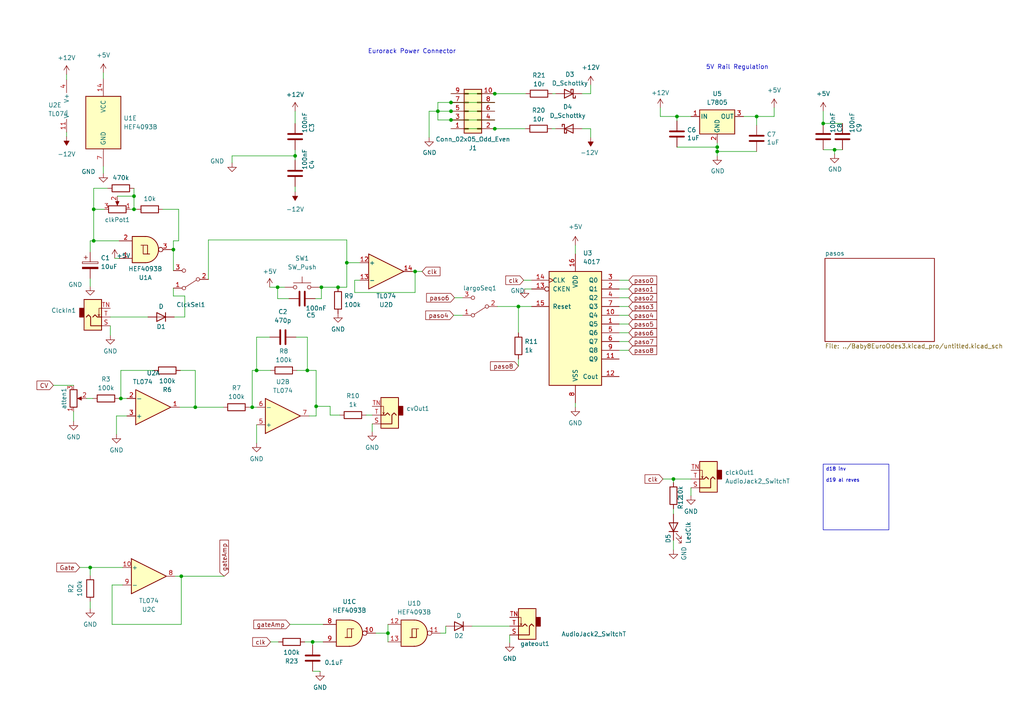
<source format=kicad_sch>
(kicad_sch (version 20230121) (generator eeschema)
  (paper "A4")
  (lib_symbols
    (symbol "4xxx:4017" (pin_names (offset 1.016))
      (property "Reference" "U" (at -7.62 16.51 0))
      (property "Value" "4017" (at -7.62 -19.05 0))
      (symbol "4017_1_0"
        (pin output line (at 12.7 0 180) (length 5.08) (name "Q5") (number "1"))
        (pin output line (at 12.7 2.54 180) (length 5.08) (name "Q4") (number "10"))
        (pin output line (at 12.7 -10.16 180) (length 5.08) (name "Q9") (number "11"))
        (pin output line (at 12.7 -15.24 180) (length 5.08) (name "Cout") (number "12"))
        (pin input inverted (at -12.7 10.16 0) (length 5.08) (name "CKEN") (number "13"))
        (pin input clock (at -12.7 12.7 0) (length 5.08) (name "CLK") (number "14"))
        (pin input line (at -12.7 5.08 0) (length 5.08) (name "Reset") (number "15"))
        (pin power_in line (at 0 20.32 270) (length 5.08) (name "VDD") (number "16"))
        (pin output line (at 12.7 10.16 180) (length 5.08) (name "Q1") (number "2"))
        (pin output line (at 12.7 12.7 180) (length 5.08) (name "Q0") (number "3"))
        (pin output line (at 12.7 7.62 180) (length 5.08) (name "Q2") (number "4"))
        (pin output line (at 12.7 -2.54 180) (length 5.08) (name "Q6") (number "5"))
        (pin output line (at 12.7 -5.08 180) (length 5.08) (name "Q7") (number "6"))
        (pin output line (at 12.7 5.08 180) (length 5.08) (name "Q3") (number "7"))
        (pin power_in line (at 0 -22.86 90) (length 5.08) (name "VSS") (number "8"))
        (pin output line (at 12.7 -7.62 180) (length 5.08) (name "Q8") (number "9"))
      )
      (symbol "4017_1_1"
        (rectangle (start -7.62 15.24) (end 7.62 -17.78) (stroke (width 0.254)) (fill (type background)))
      )
    )
    (symbol "4xxx:HEF4093B" (pin_names (offset 1.016))
      (property "Reference" "U" (at 0 1.27 0))
      (property "Value" "HEF4093B" (at 0 -1.27 0))
      (symbol "HEF4093B_1_0"
        (polyline (pts (xy -0.635 -1.27) (xy -0.635 1.27) (xy 0.635 1.27)))
        (polyline (pts (xy -0.635 -1.27) (xy -0.635 1.27) (xy 0.635 1.27)))
        (polyline (pts (xy -1.27 -1.27) (xy 0.635 -1.27) (xy 0.635 1.27) (xy 1.27 1.27)))
        (polyline (pts (xy -1.27 -1.27) (xy 0.635 -1.27) (xy 0.635 1.27) (xy 1.27 1.27)))
      )
      (symbol "HEF4093B_1_1"
        (arc (start 0 -3.81) (mid 3.7934 0) (end 0 3.81) (stroke (width 0.254)) (fill (type background)))
        (polyline (pts (xy 0 3.81) (xy -3.81 3.81) (xy -3.81 -3.81) (xy 0 -3.81)) (stroke (width 0.254)) (fill (type background)))
        (pin input line (at -7.62 2.54 0) (length 3.81) (name "~") (number "1"))
        (pin input line (at -7.62 -2.54 0) (length 3.81) (name "~") (number "2"))
        (pin output inverted (at 7.62 0 180) (length 3.81) (name "~") (number "3"))
      )
      (symbol "HEF4093B_1_2"
        (arc (start -3.81 -3.81) (mid -2.589 0) (end -3.81 3.81) (stroke (width 0.254)))
        (arc (start -0.6096 -3.81) (mid 2.1842 -2.5851) (end 3.81 0) (stroke (width 0.254)) (fill (type background)))
        (polyline (pts (xy -3.81 -3.81) (xy -0.635 -3.81)) (stroke (width 0.254)) (fill (type background)))
        (polyline (pts (xy -3.81 3.81) (xy -0.635 3.81)) (stroke (width 0.254)) (fill (type background)))
        (polyline (pts (xy -0.635 3.81) (xy -3.81 3.81) (xy -3.81 3.81) (xy -3.556 3.4036) (xy -3.0226 2.2606) (xy -2.6924 1.0414) (xy -2.6162 -0.254) (xy -2.7686 -1.4986) (xy -3.175 -2.7178) (xy -3.81 -3.81) (xy -3.81 -3.81) (xy -0.635 -3.81)) (stroke (width -25.4)) (fill (type background)))
        (arc (start 3.81 0) (mid 2.1915 2.5936) (end -0.6096 3.81) (stroke (width 0.254)) (fill (type background)))
        (pin input inverted (at -7.62 2.54 0) (length 4.318) (name "~") (number "1"))
        (pin input inverted (at -7.62 -2.54 0) (length 4.318) (name "~") (number "2"))
        (pin output line (at 7.62 0 180) (length 3.81) (name "~") (number "3"))
      )
      (symbol "HEF4093B_2_0"
        (polyline (pts (xy -0.635 -1.27) (xy -0.635 1.27) (xy 0.635 1.27)))
        (polyline (pts (xy -0.635 -1.27) (xy -0.635 1.27) (xy 0.635 1.27)))
        (polyline (pts (xy -1.27 -1.27) (xy 0.635 -1.27) (xy 0.635 1.27) (xy 1.27 1.27)))
        (polyline (pts (xy -1.27 -1.27) (xy 0.635 -1.27) (xy 0.635 1.27) (xy 1.27 1.27)))
      )
      (symbol "HEF4093B_2_1"
        (arc (start 0 -3.81) (mid 3.7934 0) (end 0 3.81) (stroke (width 0.254)) (fill (type background)))
        (polyline (pts (xy 0 3.81) (xy -3.81 3.81) (xy -3.81 -3.81) (xy 0 -3.81)) (stroke (width 0.254)) (fill (type background)))
        (pin output inverted (at 7.62 0 180) (length 3.81) (name "~") (number "4"))
        (pin input line (at -7.62 2.54 0) (length 3.81) (name "~") (number "5"))
        (pin input line (at -7.62 -2.54 0) (length 3.81) (name "~") (number "6"))
      )
      (symbol "HEF4093B_2_2"
        (arc (start -3.81 -3.81) (mid -2.589 0) (end -3.81 3.81) (stroke (width 0.254)))
        (arc (start -0.6096 -3.81) (mid 2.1842 -2.5851) (end 3.81 0) (stroke (width 0.254)) (fill (type background)))
        (polyline (pts (xy -3.81 -3.81) (xy -0.635 -3.81)) (stroke (width 0.254)) (fill (type background)))
        (polyline (pts (xy -3.81 3.81) (xy -0.635 3.81)) (stroke (width 0.254)) (fill (type background)))
        (polyline (pts (xy -0.635 3.81) (xy -3.81 3.81) (xy -3.81 3.81) (xy -3.556 3.4036) (xy -3.0226 2.2606) (xy -2.6924 1.0414) (xy -2.6162 -0.254) (xy -2.7686 -1.4986) (xy -3.175 -2.7178) (xy -3.81 -3.81) (xy -3.81 -3.81) (xy -0.635 -3.81)) (stroke (width -25.4)) (fill (type background)))
        (arc (start 3.81 0) (mid 2.1915 2.5936) (end -0.6096 3.81) (stroke (width 0.254)) (fill (type background)))
        (pin output line (at 7.62 0 180) (length 3.81) (name "~") (number "4"))
        (pin input inverted (at -7.62 2.54 0) (length 4.318) (name "~") (number "5"))
        (pin input inverted (at -7.62 -2.54 0) (length 4.318) (name "~") (number "6"))
      )
      (symbol "HEF4093B_3_0"
        (polyline (pts (xy -0.635 -1.27) (xy -0.635 1.27) (xy 0.635 1.27)))
        (polyline (pts (xy -0.635 -1.27) (xy -0.635 1.27) (xy 0.635 1.27)))
        (polyline (pts (xy -1.27 -1.27) (xy 0.635 -1.27) (xy 0.635 1.27) (xy 1.27 1.27)))
        (polyline (pts (xy -1.27 -1.27) (xy 0.635 -1.27) (xy 0.635 1.27) (xy 1.27 1.27)))
      )
      (symbol "HEF4093B_3_1"
        (arc (start 0 -3.81) (mid 3.7934 0) (end 0 3.81) (stroke (width 0.254)) (fill (type background)))
        (polyline (pts (xy 0 3.81) (xy -3.81 3.81) (xy -3.81 -3.81) (xy 0 -3.81)) (stroke (width 0.254)) (fill (type background)))
        (pin output inverted (at 7.62 0 180) (length 3.81) (name "~") (number "10"))
        (pin input line (at -7.62 2.54 0) (length 3.81) (name "~") (number "8"))
        (pin input line (at -7.62 -2.54 0) (length 3.81) (name "~") (number "9"))
      )
      (symbol "HEF4093B_3_2"
        (arc (start -3.81 -3.81) (mid -2.589 0) (end -3.81 3.81) (stroke (width 0.254)))
        (arc (start -0.6096 -3.81) (mid 2.1842 -2.5851) (end 3.81 0) (stroke (width 0.254)) (fill (type background)))
        (polyline (pts (xy -3.81 -3.81) (xy -0.635 -3.81)) (stroke (width 0.254)) (fill (type background)))
        (polyline (pts (xy -3.81 3.81) (xy -0.635 3.81)) (stroke (width 0.254)) (fill (type background)))
        (polyline (pts (xy -0.635 3.81) (xy -3.81 3.81) (xy -3.81 3.81) (xy -3.556 3.4036) (xy -3.0226 2.2606) (xy -2.6924 1.0414) (xy -2.6162 -0.254) (xy -2.7686 -1.4986) (xy -3.175 -2.7178) (xy -3.81 -3.81) (xy -3.81 -3.81) (xy -0.635 -3.81)) (stroke (width -25.4)) (fill (type background)))
        (arc (start 3.81 0) (mid 2.1915 2.5936) (end -0.6096 3.81) (stroke (width 0.254)) (fill (type background)))
        (pin output line (at 7.62 0 180) (length 3.81) (name "~") (number "10"))
        (pin input inverted (at -7.62 2.54 0) (length 4.318) (name "~") (number "8"))
        (pin input inverted (at -7.62 -2.54 0) (length 4.318) (name "~") (number "9"))
      )
      (symbol "HEF4093B_4_0"
        (polyline (pts (xy -0.635 -1.27) (xy -0.635 1.27) (xy 0.635 1.27)))
        (polyline (pts (xy -0.635 -1.27) (xy -0.635 1.27) (xy 0.635 1.27)))
        (polyline (pts (xy -1.27 -1.27) (xy 0.635 -1.27) (xy 0.635 1.27) (xy 1.27 1.27)))
        (polyline (pts (xy -1.27 -1.27) (xy 0.635 -1.27) (xy 0.635 1.27) (xy 1.27 1.27)))
      )
      (symbol "HEF4093B_4_1"
        (arc (start 0 -3.81) (mid 3.7934 0) (end 0 3.81) (stroke (width 0.254)) (fill (type background)))
        (polyline (pts (xy 0 3.81) (xy -3.81 3.81) (xy -3.81 -3.81) (xy 0 -3.81)) (stroke (width 0.254)) (fill (type background)))
        (pin output inverted (at 7.62 0 180) (length 3.81) (name "~") (number "11"))
        (pin input line (at -7.62 2.54 0) (length 3.81) (name "~") (number "12"))
        (pin input line (at -7.62 -2.54 0) (length 3.81) (name "~") (number "13"))
      )
      (symbol "HEF4093B_4_2"
        (arc (start -3.81 -3.81) (mid -2.589 0) (end -3.81 3.81) (stroke (width 0.254)))
        (arc (start -0.6096 -3.81) (mid 2.1842 -2.5851) (end 3.81 0) (stroke (width 0.254)) (fill (type background)))
        (polyline (pts (xy -3.81 -3.81) (xy -0.635 -3.81)) (stroke (width 0.254)) (fill (type background)))
        (polyline (pts (xy -3.81 3.81) (xy -0.635 3.81)) (stroke (width 0.254)) (fill (type background)))
        (polyline (pts (xy -0.635 3.81) (xy -3.81 3.81) (xy -3.81 3.81) (xy -3.556 3.4036) (xy -3.0226 2.2606) (xy -2.6924 1.0414) (xy -2.6162 -0.254) (xy -2.7686 -1.4986) (xy -3.175 -2.7178) (xy -3.81 -3.81) (xy -3.81 -3.81) (xy -0.635 -3.81)) (stroke (width -25.4)) (fill (type background)))
        (arc (start 3.81 0) (mid 2.1915 2.5936) (end -0.6096 3.81) (stroke (width 0.254)) (fill (type background)))
        (pin output line (at 7.62 0 180) (length 3.81) (name "~") (number "11"))
        (pin input inverted (at -7.62 2.54 0) (length 4.318) (name "~") (number "12"))
        (pin input inverted (at -7.62 -2.54 0) (length 4.318) (name "~") (number "13"))
      )
      (symbol "HEF4093B_5_0"
        (pin power_in line (at 0 12.7 270) (length 5.08) (name "VCC") (number "14"))
        (pin power_in line (at 0 -12.7 90) (length 5.08) (name "GND") (number "7"))
      )
      (symbol "HEF4093B_5_1"
        (rectangle (start -5.08 7.62) (end 5.08 -7.62) (stroke (width 0.254)) (fill (type background)))
      )
    )
    (symbol "Amplifier_Operational:TL074" (pin_names (offset 0.127))
      (property "Reference" "U" (at 0 5.08 0))
      (property "Value" "TL074" (at 0 -5.08 0))
      (symbol "TL074_1_1"
        (polyline (pts (xy -5.08 5.08) (xy 5.08 0) (xy -5.08 -5.08) (xy -5.08 5.08)) (stroke (width 0.254)) (fill (type background)))
        (pin output line (at 7.62 0 180) (length 2.54) (name "~") (number "1"))
        (pin input line (at -7.62 -2.54 0) (length 2.54) (name "-") (number "2"))
        (pin input line (at -7.62 2.54 0) (length 2.54) (name "+") (number "3"))
      )
      (symbol "TL074_2_1"
        (polyline (pts (xy -5.08 5.08) (xy 5.08 0) (xy -5.08 -5.08) (xy -5.08 5.08)) (stroke (width 0.254)) (fill (type background)))
        (pin input line (at -7.62 2.54 0) (length 2.54) (name "+") (number "5"))
        (pin input line (at -7.62 -2.54 0) (length 2.54) (name "-") (number "6"))
        (pin output line (at 7.62 0 180) (length 2.54) (name "~") (number "7"))
      )
      (symbol "TL074_3_1"
        (polyline (pts (xy -5.08 5.08) (xy 5.08 0) (xy -5.08 -5.08) (xy -5.08 5.08)) (stroke (width 0.254)) (fill (type background)))
        (pin input line (at -7.62 2.54 0) (length 2.54) (name "+") (number "10"))
        (pin output line (at 7.62 0 180) (length 2.54) (name "~") (number "8"))
        (pin input line (at -7.62 -2.54 0) (length 2.54) (name "-") (number "9"))
      )
      (symbol "TL074_4_1"
        (polyline (pts (xy -5.08 5.08) (xy 5.08 0) (xy -5.08 -5.08) (xy -5.08 5.08)) (stroke (width 0.254)) (fill (type background)))
        (pin input line (at -7.62 2.54 0) (length 2.54) (name "+") (number "12"))
        (pin input line (at -7.62 -2.54 0) (length 2.54) (name "-") (number "13"))
        (pin output line (at 7.62 0 180) (length 2.54) (name "~") (number "14"))
      )
      (symbol "TL074_5_1"
        (pin power_in line (at -2.54 -7.62 90) (length 3.81) (name "V-") (number "11"))
        (pin power_in line (at -2.54 7.62 270) (length 3.81) (name "V+") (number "4"))
      )
    )
    (symbol "Connector_Audio:AudioJack2_SwitchT"
      (property "Reference" "J" (at 0 8.89 0))
      (property "Value" "AudioJack2_SwitchT" (at 0 6.35 0))
      (symbol "AudioJack2_SwitchT_0_1"
        (rectangle (start -2.54 0) (end -3.81 -2.54) (stroke (width 0.254)) (fill (type outline)))
        (polyline (pts (xy 1.778 -0.254) (xy 2.032 -0.762)))
        (polyline (pts (xy 0 0) (xy 0.635 -0.635) (xy 1.27 0) (xy 2.54 0)) (stroke (width 0.254)))
        (polyline (pts (xy 2.54 -2.54) (xy 1.778 -2.54) (xy 1.778 -0.254) (xy 1.524 -0.762)))
        (polyline (pts (xy 2.54 2.54) (xy -0.635 2.54) (xy -0.635 0) (xy -1.27 -0.635) (xy -1.905 0)) (stroke (width 0.254)))
        (rectangle (start 2.54 3.81) (end -2.54 -5.08) (stroke (width 0.254)) (fill (type background)))
      )
      (symbol "AudioJack2_SwitchT_1_1"
        (pin passive line (at 5.08 2.54 180) (length 2.54) (name "~") (number "S"))
        (pin passive line (at 5.08 0 180) (length 2.54) (name "~") (number "T"))
        (pin passive line (at 5.08 -2.54 180) (length 2.54) (name "~") (number "TN"))
      )
    )
    (symbol "Connector_Generic:Conn_02x05_Odd_Even" (pin_names (offset 1.016) hide)
      (property "Reference" "J" (at 1.27 7.62 0))
      (property "Value" "Conn_02x05_Odd_Even" (at 1.27 -7.62 0))
      (symbol "Conn_02x05_Odd_Even_1_1"
        (rectangle (start -1.27 -4.953) (end 0 -5.207) (stroke (width 0.1524)))
        (rectangle (start -1.27 -2.413) (end 0 -2.667) (stroke (width 0.1524)))
        (rectangle (start -1.27 0.127) (end 0 -0.127) (stroke (width 0.1524)))
        (rectangle (start -1.27 2.667) (end 0 2.413) (stroke (width 0.1524)))
        (rectangle (start -1.27 5.207) (end 0 4.953) (stroke (width 0.1524)))
        (rectangle (start -1.27 6.35) (end 3.81 -6.35) (stroke (width 0.254)) (fill (type background)))
        (rectangle (start 3.81 -4.953) (end 2.54 -5.207) (stroke (width 0.1524)))
        (rectangle (start 3.81 -2.413) (end 2.54 -2.667) (stroke (width 0.1524)))
        (rectangle (start 3.81 0.127) (end 2.54 -0.127) (stroke (width 0.1524)))
        (rectangle (start 3.81 2.667) (end 2.54 2.413) (stroke (width 0.1524)))
        (rectangle (start 3.81 5.207) (end 2.54 4.953) (stroke (width 0.1524)))
        (pin passive line (at -5.08 5.08 0) (length 3.81) (name "Pin_1") (number "1"))
        (pin passive line (at 7.62 -5.08 180) (length 3.81) (name "Pin_10") (number "10"))
        (pin passive line (at 7.62 5.08 180) (length 3.81) (name "Pin_2") (number "2"))
        (pin passive line (at -5.08 2.54 0) (length 3.81) (name "Pin_3") (number "3"))
        (pin passive line (at 7.62 2.54 180) (length 3.81) (name "Pin_4") (number "4"))
        (pin passive line (at -5.08 0 0) (length 3.81) (name "Pin_5") (number "5"))
        (pin passive line (at 7.62 0 180) (length 3.81) (name "Pin_6") (number "6"))
        (pin passive line (at -5.08 -2.54 0) (length 3.81) (name "Pin_7") (number "7"))
        (pin passive line (at 7.62 -2.54 180) (length 3.81) (name "Pin_8") (number "8"))
        (pin passive line (at -5.08 -5.08 0) (length 3.81) (name "Pin_9") (number "9"))
      )
    )
    (symbol "Device:C" (pin_numbers hide) (pin_names (offset 0.254))
      (property "Reference" "C" (at 0.635 2.54 0))
      (property "Value" "C" (at 0.635 -2.54 0))
      (symbol "C_0_1"
        (polyline (pts (xy -2.032 -0.762) (xy 2.032 -0.762)) (stroke (width 0.508)))
        (polyline (pts (xy -2.032 0.762) (xy 2.032 0.762)) (stroke (width 0.508)))
      )
      (symbol "C_1_1"
        (pin passive line (at 0 3.81 270) (length 2.794) (name "~") (number "1"))
        (pin passive line (at 0 -3.81 90) (length 2.794) (name "~") (number "2"))
      )
    )
    (symbol "Device:C_Polarized" (pin_numbers hide) (pin_names (offset 0.254))
      (property "Reference" "C" (at 0.635 2.54 0))
      (property "Value" "C_Polarized" (at 0.635 -2.54 0))
      (symbol "C_Polarized_0_1"
        (rectangle (start -2.286 0.508) (end 2.286 1.016))
        (polyline (pts (xy -1.778 2.286) (xy -0.762 2.286)))
        (polyline (pts (xy -1.27 2.794) (xy -1.27 1.778)))
        (rectangle (start 2.286 -0.508) (end -2.286 -1.016) (fill (type outline)))
      )
      (symbol "C_Polarized_1_1"
        (pin passive line (at 0 3.81 270) (length 2.794) (name "~") (number "1"))
        (pin passive line (at 0 -3.81 90) (length 2.794) (name "~") (number "2"))
      )
    )
    (symbol "Device:D" (pin_numbers hide) (pin_names (offset 1.016) hide)
      (property "Reference" "D" (at 0 2.54 0))
      (property "Value" "D" (at 0 -2.54 0))
      (symbol "D_0_1"
        (polyline (pts (xy -1.27 1.27) (xy -1.27 -1.27)) (stroke (width 0.254)))
        (polyline (pts (xy 1.27 0) (xy -1.27 0)))
        (polyline (pts (xy 1.27 1.27) (xy 1.27 -1.27) (xy -1.27 0) (xy 1.27 1.27)) (stroke (width 0.254)))
      )
      (symbol "D_1_1"
        (pin passive line (at -3.81 0 0) (length 2.54) (name "K") (number "1"))
        (pin passive line (at 3.81 0 180) (length 2.54) (name "A") (number "2"))
      )
    )
    (symbol "Device:D_Schottky" (pin_numbers hide) (pin_names (offset 1.016) hide)
      (property "Reference" "D" (at 0 2.54 0))
      (property "Value" "D_Schottky" (at 0 -2.54 0))
      (symbol "D_Schottky_0_1"
        (polyline (pts (xy 1.27 0) (xy -1.27 0)))
        (polyline (pts (xy 1.27 1.27) (xy 1.27 -1.27) (xy -1.27 0) (xy 1.27 1.27)) (stroke (width 0.254)))
        (polyline (pts (xy -1.905 0.635) (xy -1.905 1.27) (xy -1.27 1.27) (xy -1.27 -1.27) (xy -0.635 -1.27) (xy -0.635 -0.635)) (stroke (width 0.254)))
      )
      (symbol "D_Schottky_1_1"
        (pin passive line (at -3.81 0 0) (length 2.54) (name "K") (number "1"))
        (pin passive line (at 3.81 0 180) (length 2.54) (name "A") (number "2"))
      )
    )
    (symbol "Device:LED" (pin_numbers hide) (pin_names (offset 1.016) hide)
      (property "Reference" "D" (at 0 2.54 0))
      (property "Value" "LED" (at 0 -2.54 0))
      (symbol "LED_0_1"
        (polyline (pts (xy -1.27 -1.27) (xy -1.27 1.27)) (stroke (width 0.254)))
        (polyline (pts (xy -1.27 0) (xy 1.27 0)))
        (polyline (pts (xy 1.27 -1.27) (xy 1.27 1.27) (xy -1.27 0) (xy 1.27 -1.27)) (stroke (width 0.254)))
        (polyline (pts (xy -3.048 -0.762) (xy -4.572 -2.286) (xy -3.81 -2.286) (xy -4.572 -2.286) (xy -4.572 -1.524)))
        (polyline (pts (xy -1.778 -0.762) (xy -3.302 -2.286) (xy -2.54 -2.286) (xy -3.302 -2.286) (xy -3.302 -1.524)))
      )
      (symbol "LED_1_1"
        (pin passive line (at -3.81 0 0) (length 2.54) (name "K") (number "1"))
        (pin passive line (at 3.81 0 180) (length 2.54) (name "A") (number "2"))
      )
    )
    (symbol "Device:R" (pin_numbers hide) (pin_names (offset 0))
      (property "Reference" "R" (at 2.032 0 90))
      (property "Value" "R" (at 0 0 90))
      (symbol "R_0_1"
        (rectangle (start -1.016 -2.54) (end 1.016 2.54) (stroke (width 0.254)))
      )
      (symbol "R_1_1"
        (pin passive line (at 0 3.81 270) (length 1.27) (name "~") (number "1"))
        (pin passive line (at 0 -3.81 90) (length 1.27) (name "~") (number "2"))
      )
    )
    (symbol "Device:R_Potentiometer" (pin_names (offset 1.016) hide)
      (property "Reference" "RV" (at -4.445 0 90))
      (property "Value" "R_Potentiometer" (at -2.54 0 90))
      (symbol "R_Potentiometer_0_1"
        (polyline (pts (xy 2.54 0) (xy 1.524 0)))
        (polyline (pts (xy 1.143 0) (xy 2.286 0.508) (xy 2.286 -0.508) (xy 1.143 0)) (fill (type outline)))
        (rectangle (start 1.016 2.54) (end -1.016 -2.54) (stroke (width 0.254)))
      )
      (symbol "R_Potentiometer_1_1"
        (pin passive line (at 0 3.81 270) (length 1.27) (name "1") (number "1"))
        (pin passive line (at 3.81 0 180) (length 1.27) (name "2") (number "2"))
        (pin passive line (at 0 -3.81 90) (length 1.27) (name "3") (number "3"))
      )
    )
    (symbol "Regulator_Linear:L7805" (pin_names (offset 0.254))
      (property "Reference" "U" (at -3.81 3.175 0))
      (property "Value" "L7805" (at 0 3.175 0))
      (symbol "L7805_0_1"
        (rectangle (start -5.08 1.905) (end 5.08 -5.08) (stroke (width 0.254)) (fill (type background)))
      )
      (symbol "L7805_1_1"
        (pin power_in line (at -7.62 0 0) (length 2.54) (name "IN") (number "1"))
        (pin power_in line (at 0 -7.62 90) (length 2.54) (name "GND") (number "2"))
        (pin power_out line (at 7.62 0 180) (length 2.54) (name "OUT") (number "3"))
      )
    )
    (symbol "Switch:SW_Push" (pin_numbers hide) (pin_names (offset 1.016) hide)
      (property "Reference" "SW" (at 1.27 2.54 0))
      (property "Value" "SW_Push" (at 0 -1.524 0))
      (symbol "SW_Push_0_1"
        (circle (center -2.032 0) (radius 0.508))
        (polyline (pts (xy 0 1.27) (xy 0 3.048)))
        (polyline (pts (xy 2.54 1.27) (xy -2.54 1.27)))
        (circle (center 2.032 0) (radius 0.508))
        (pin passive line (at -5.08 0 0) (length 2.54) (name "1") (number "1"))
        (pin passive line (at 5.08 0 180) (length 2.54) (name "2") (number "2"))
      )
    )
    (symbol "Switch:SW_SPDT" (pin_names (offset 0) hide)
      (property "Reference" "SW" (at 0 4.318 0))
      (property "Value" "SW_SPDT" (at 0 -5.08 0))
      (symbol "SW_SPDT_0_0"
        (circle (center -2.032 0) (radius 0.508))
        (circle (center 2.032 -2.54) (radius 0.508))
      )
      (symbol "SW_SPDT_0_1"
        (polyline (pts (xy -1.524 0.254) (xy 1.651 2.286)))
        (circle (center 2.032 2.54) (radius 0.508))
      )
      (symbol "SW_SPDT_1_1"
        (pin passive line (at 5.08 2.54 180) (length 2.54) (name "A") (number "1"))
        (pin passive line (at -5.08 0 0) (length 2.54) (name "B") (number "2"))
        (pin passive line (at 5.08 -2.54 180) (length 2.54) (name "C") (number "3"))
      )
    )
    (symbol "power:+12V" (power) (pin_names (offset 0))
      (property "Value" "+12V" (at 0 3.556 0))
      (symbol "+12V_0_1"
        (polyline (pts (xy -0.762 1.27) (xy 0 2.54)))
        (polyline (pts (xy 0 0) (xy 0 2.54)))
        (polyline (pts (xy 0 2.54) (xy 0.762 1.27)))
      )
      (symbol "+12V_1_1"
        (pin power_in line (at 0 0 90) (length 0) hide (name "+12V") (number "1"))
      )
    )
    (symbol "power:+5V" (power) (pin_names (offset 0))
      (property "Value" "+5V" (at 0 3.556 0))
      (symbol "+5V_0_1"
        (polyline (pts (xy -0.762 1.27) (xy 0 2.54)))
        (polyline (pts (xy 0 0) (xy 0 2.54)))
        (polyline (pts (xy 0 2.54) (xy 0.762 1.27)))
      )
      (symbol "+5V_1_1"
        (pin power_in line (at 0 0 90) (length 0) hide (name "+5V") (number "1"))
      )
    )
    (symbol "power:-12V" (power) (pin_names (offset 0))
      (property "Value" "-12V" (at 0 3.81 0))
      (symbol "-12V_0_0"
        (pin power_in line (at 0 0 90) (length 0) hide (name "-12V") (number "1"))
      )
      (symbol "-12V_0_1"
        (polyline (pts (xy 0 0) (xy 0 1.27) (xy 0.762 1.27) (xy 0 2.54) (xy -0.762 1.27) (xy 0 1.27)) (fill (type outline)))
      )
    )
    (symbol "power:GND" (power) (pin_names (offset 0))
      (property "Value" "GND" (at 0 -3.81 0))
      (symbol "GND_0_1"
        (polyline (pts (xy 0 0) (xy 0 -1.27) (xy 1.27 -1.27) (xy 0 -2.54) (xy -1.27 -1.27) (xy 0 -1.27)))
      )
      (symbol "GND_1_1"
        (pin power_in line (at 0 0 270) (length 0) hide (name "GND") (number "1"))
      )
    )
  )
  (junction (at 112.522 183.642))
  (junction (at 150.368 88.9))
  (junction (at 120.396 78.74))
  (junction (at 238.76 35.814))
  (junction (at 56.642 118.11))
  (junction (at 127 32.258))
  (junction (at 38.862 60.706))
  (junction (at 208.026 42.672))
  (junction (at 91.694 117.856))
  (junction (at 73.152 118.11))
  (junction (at 130.81 29.718))
  (junction (at 27.178 60.706))
  (junction (at 143.51 27.178))
  (junction (at 196.342 33.782))
  (junction (at 80.518 83.312))
  (junction (at 219.456 33.782))
  (junction (at 130.81 32.258))
  (junction (at 50.292 72.39))
  (junction (at 52.578 167.132))
  (junction (at 195.326 138.938))
  (junction (at 98.044 83.312))
  (junction (at 89.154 107.442))
  (junction (at 85.598 45.212))
  (junction (at 27.178 69.85))
  (junction (at 143.51 37.338))
  (junction (at 26.162 164.592))
  (junction (at 242.062 43.434))
  (junction (at 208.026 43.942))
  (junction (at 100.584 76.2))
  (junction (at 38.862 56.896))
  (junction (at 74.422 107.442))
  (junction (at 130.81 34.798))
  (junction (at 35.052 115.57))
  (junction (at 93.218 83.312))
  (junction (at 90.678 186.182))
  (wire (pts (xy 90.678 186.182) (xy 93.726 186.182)))
  (wire (pts (xy 38.862 56.896) (xy 38.862 60.706)))
  (wire (pts (xy 34.544 115.57) (xy 35.052 115.57)))
  (wire (pts (xy 166.878 116.84) (xy 166.878 118.11)))
  (wire (pts (xy 52.578 181.102) (xy 52.578 167.132)))
  (wire (pts (xy 50.546 91.948) (xy 53.594 91.948)))
  (wire (pts (xy 144.272 88.9) (xy 150.368 88.9)))
  (wire (pts (xy 91.694 117.856) (xy 91.694 120.65)))
  (wire (pts (xy 72.39 118.11) (xy 73.152 118.11)))
  (wire (pts (xy 49.784 72.39) (xy 50.292 72.39)))
  (wire (pts (xy 37.846 60.706) (xy 38.862 60.706)))
  (wire (pts (xy 29.972 21.082) (xy 29.972 22.86)))
  (wire (pts (xy 191.516 31.242) (xy 191.516 33.782)))
  (wire (pts (xy 195.326 156.718) (xy 195.326 159.512)))
  (wire (pts (xy 102.87 81.28) (xy 102.87 84.836)))
  (wire (pts (xy 179.578 93.98) (xy 182.372 93.98)))
  (wire (pts (xy 130.81 37.338) (xy 143.51 37.338)))
  (wire (pts (xy 35.052 107.442) (xy 35.052 115.57)))
  (wire (pts (xy 130.81 34.798) (xy 143.51 34.798)))
  (wire (pts (xy 195.326 138.938) (xy 200.406 138.938)))
  (wire (pts (xy 19.304 21.59) (xy 19.304 23.114)))
  (wire (pts (xy 91.694 107.442) (xy 91.694 117.856)))
  (wire (pts (xy 50.292 83.566) (xy 50.292 85.852)))
  (wire (pts (xy 100.584 76.2) (xy 100.584 83.312)))
  (wire (pts (xy 196.342 42.672) (xy 208.026 42.672)))
  (wire (pts (xy 26.162 73.152) (xy 26.162 69.85)))
  (wire (pts (xy 31.242 54.61) (xy 27.178 54.61)))
  (wire (pts (xy 143.51 37.338) (xy 152.4 37.338)))
  (wire (pts (xy 33.782 120.65) (xy 33.782 125.984)))
  (wire (pts (xy 52.578 167.132) (xy 65.024 167.132)))
  (wire (pts (xy 219.456 33.782) (xy 215.646 33.782)))
  (wire (pts (xy 38.862 54.61) (xy 38.862 56.896)))
  (wire (pts (xy 127 29.718) (xy 127 32.258)))
  (wire (pts (xy 92.71 83.312) (xy 93.218 83.312)))
  (wire (pts (xy 104.394 81.28) (xy 102.87 81.28)))
  (wire (pts (xy 51.816 69.85) (xy 50.292 69.85)))
  (wire (pts (xy 74.422 107.442) (xy 73.152 107.442)))
  (wire (pts (xy 112.522 181.102) (xy 112.522 183.642)))
  (wire (pts (xy 86.106 107.442) (xy 89.154 107.442)))
  (wire (pts (xy 27.178 60.706) (xy 27.178 69.85)))
  (wire (pts (xy 26.162 69.85) (xy 27.178 69.85)))
  (wire (pts (xy 32.512 181.102) (xy 52.578 181.102)))
  (wire (pts (xy 78.232 83.312) (xy 80.518 83.312)))
  (wire (pts (xy 127 29.718) (xy 130.81 29.718)))
  (wire (pts (xy 208.026 42.672) (xy 208.026 41.402)))
  (wire (pts (xy 98.044 83.312) (xy 100.584 83.312)))
  (wire (pts (xy 192.278 138.938) (xy 195.326 138.938)))
  (wire (pts (xy 136.906 181.61) (xy 147.828 181.61)))
  (wire (pts (xy 124.46 32.258) (xy 127 32.258)))
  (wire (pts (xy 150.368 96.52) (xy 150.368 88.9)))
  (wire (pts (xy 60.452 69.596) (xy 100.584 69.596)))
  (wire (pts (xy 119.634 78.74) (xy 120.396 78.74)))
  (wire (pts (xy 56.642 107.442) (xy 56.642 118.11)))
  (wire (pts (xy 74.422 97.79) (xy 74.422 107.442)))
  (wire (pts (xy 80.518 83.312) (xy 80.518 86.614)))
  (wire (pts (xy 179.578 88.9) (xy 182.372 88.9)))
  (wire (pts (xy 91.44 86.614) (xy 93.218 86.614)))
  (wire (pts (xy 50.8 167.132) (xy 52.578 167.132)))
  (wire (pts (xy 88.392 186.182) (xy 90.678 186.182)))
  (wire (pts (xy 90.678 194.691) (xy 92.837 194.691)))
  (wire (pts (xy 160.147 27.178) (xy 161.163 27.178)))
  (wire (pts (xy 150.368 88.9) (xy 154.178 88.9)))
  (wire (pts (xy 195.326 138.938) (xy 195.326 139.954)))
  (wire (pts (xy 120.396 78.74) (xy 122.428 78.74)))
  (wire (pts (xy 168.783 37.338) (xy 171.323 37.338)))
  (wire (pts (xy 93.218 83.312) (xy 98.044 83.312)))
  (wire (pts (xy 60.452 69.596) (xy 60.452 81.026)))
  (wire (pts (xy 34.036 56.896) (xy 38.862 56.896)))
  (wire (pts (xy 26.162 166.878) (xy 26.162 164.592)))
  (wire (pts (xy 19.304 38.354) (xy 19.304 39.624)))
  (wire (pts (xy 67.31 47.244) (xy 67.31 45.212)))
  (wire (pts (xy 91.694 117.856) (xy 95.758 117.856)))
  (wire (pts (xy 52.324 107.442) (xy 56.642 107.442)))
  (wire (pts (xy 151.892 81.28) (xy 154.178 81.28)))
  (wire (pts (xy 106.172 120.396) (xy 107.95 120.396)))
  (wire (pts (xy 85.598 45.212) (xy 85.598 46.482)))
  (wire (pts (xy 224.536 33.782) (xy 219.456 33.782)))
  (wire (pts (xy 85.598 43.434) (xy 85.598 45.212)))
  (wire (pts (xy 27.178 69.85) (xy 34.544 69.85)))
  (wire (pts (xy 112.522 183.642) (xy 112.522 186.182)))
  (wire (pts (xy 44.704 107.442) (xy 35.052 107.442)))
  (wire (pts (xy 90.678 186.182) (xy 90.678 187.071)))
  (wire (pts (xy 238.76 35.814) (xy 244.348 35.814)))
  (wire (pts (xy 33.274 74.93) (xy 34.544 74.93)))
  (wire (pts (xy 219.456 43.942) (xy 208.026 43.942)))
  (wire (pts (xy 80.518 86.614) (xy 83.82 86.614)))
  (wire (pts (xy 67.31 45.212) (xy 85.598 45.212)))
  (wire (pts (xy 32.512 169.672) (xy 35.56 169.672)))
  (wire (pts (xy 147.828 184.15) (xy 147.828 186.436)))
  (wire (pts (xy 127 32.258) (xy 130.81 32.258)))
  (wire (pts (xy 208.026 43.942) (xy 208.026 42.672)))
  (wire (pts (xy 32.512 169.672) (xy 32.512 181.102)))
  (wire (pts (xy 85.852 97.79) (xy 89.154 97.79)))
  (wire (pts (xy 179.578 101.6) (xy 182.372 101.6)))
  (wire (pts (xy 238.76 43.434) (xy 242.062 43.434)))
  (wire (pts (xy 26.162 80.772) (xy 26.162 83.058)))
  (wire (pts (xy 179.578 86.36) (xy 182.372 86.36)))
  (wire (pts (xy 84.074 181.102) (xy 93.726 181.102)))
  (wire (pts (xy 171.323 39.878) (xy 171.323 37.338)))
  (wire (pts (xy 30.226 60.706) (xy 27.178 60.706)))
  (wire (pts (xy 196.342 33.782) (xy 200.406 33.782)))
  (wire (pts (xy 224.536 31.242) (xy 224.536 33.782)))
  (wire (pts (xy 50.292 72.39) (xy 50.292 78.486)))
  (wire (pts (xy 93.218 86.614) (xy 93.218 83.312)))
  (wire (pts (xy 200.406 141.478) (xy 200.406 143.764)))
  (wire (pts (xy 131.826 86.36) (xy 134.112 86.36)))
  (wire (pts (xy 29.972 48.26) (xy 29.972 50.292)))
  (wire (pts (xy 25.146 115.57) (xy 26.924 115.57)))
  (wire (pts (xy 85.598 32.258) (xy 85.598 35.814)))
  (wire (pts (xy 74.422 123.19) (xy 74.422 128.524)))
  (wire (pts (xy 238.76 32.258) (xy 238.76 35.814)))
  (wire (pts (xy 89.154 107.442) (xy 91.694 107.442)))
  (wire (pts (xy 171.323 24.638) (xy 171.323 27.178)))
  (wire (pts (xy 127 32.258) (xy 127 34.798)))
  (wire (pts (xy 219.456 36.322) (xy 219.456 33.782)))
  (wire (pts (xy 179.578 83.82) (xy 182.372 83.82)))
  (wire (pts (xy 152.146 83.82) (xy 154.178 83.82)))
  (wire (pts (xy 107.95 122.936) (xy 107.95 125.222)))
  (wire (pts (xy 38.862 60.706) (xy 39.624 60.706)))
  (wire (pts (xy 130.81 29.718) (xy 143.51 29.718)))
  (wire (pts (xy 95.758 120.396) (xy 98.552 120.396)))
  (wire (pts (xy 92.837 194.691) (xy 92.837 194.818)))
  (wire (pts (xy 73.152 107.442) (xy 73.152 118.11)))
  (wire (pts (xy 52.07 118.11) (xy 56.642 118.11)))
  (wire (pts (xy 160.02 37.338) (xy 161.163 37.338)))
  (wire (pts (xy 120.396 78.74) (xy 120.396 84.836)))
  (wire (pts (xy 78.232 97.79) (xy 74.422 97.79)))
  (wire (pts (xy 100.584 69.596) (xy 100.584 76.2)))
  (wire (pts (xy 32.004 94.488) (xy 32.004 97.282)))
  (wire (pts (xy 56.642 118.11) (xy 64.77 118.11)))
  (wire (pts (xy 21.336 119.38) (xy 21.336 122.174)))
  (wire (pts (xy 32.004 91.948) (xy 42.926 91.948)))
  (wire (pts (xy 179.578 81.28) (xy 182.372 81.28)))
  (wire (pts (xy 108.966 183.642) (xy 112.522 183.642)))
  (wire (pts (xy 26.162 174.498) (xy 26.162 176.53)))
  (wire (pts (xy 53.594 85.852) (xy 53.594 91.948)))
  (wire (pts (xy 78.486 186.182) (xy 80.772 186.182)))
  (wire (pts (xy 191.516 33.782) (xy 196.342 33.782)))
  (wire (pts (xy 195.326 147.574) (xy 195.326 149.098)))
  (wire (pts (xy 242.062 43.434) (xy 244.348 43.434)))
  (wire (pts (xy 179.578 96.52) (xy 182.372 96.52)))
  (wire (pts (xy 89.154 97.79) (xy 89.154 107.442)))
  (wire (pts (xy 131.572 91.44) (xy 134.112 91.44)))
  (wire (pts (xy 129.286 183.642) (xy 129.286 181.61)))
  (wire (pts (xy 166.878 71.12) (xy 166.878 73.66)))
  (wire (pts (xy 91.694 120.65) (xy 89.662 120.65)))
  (wire (pts (xy 208.026 45.212) (xy 208.026 43.942)))
  (wire (pts (xy 196.342 33.782) (xy 196.342 35.052)))
  (wire (pts (xy 179.578 91.44) (xy 182.372 91.44)))
  (wire (pts (xy 127 34.798) (xy 130.81 34.798)))
  (wire (pts (xy 15.494 111.76) (xy 21.336 111.76)))
  (wire (pts (xy 82.55 83.312) (xy 80.518 83.312)))
  (wire (pts (xy 124.46 32.258) (xy 124.46 39.878)))
  (wire (pts (xy 179.578 99.06) (xy 182.372 99.06)))
  (wire (pts (xy 242.062 43.434) (xy 242.062 44.704)))
  (wire (pts (xy 47.244 60.706) (xy 51.816 60.706)))
  (wire (pts (xy 130.81 32.258) (xy 143.51 32.258)))
  (wire (pts (xy 143.51 27.178) (xy 152.527 27.178)))
  (wire (pts (xy 23.114 164.592) (xy 26.162 164.592)))
  (wire (pts (xy 95.758 117.856) (xy 95.758 120.396)))
  (wire (pts (xy 78.486 107.442) (xy 74.422 107.442)))
  (wire (pts (xy 35.052 115.57) (xy 36.83 115.57)))
  (wire (pts (xy 168.783 27.178) (xy 171.323 27.178)))
  (wire (pts (xy 50.292 69.85) (xy 50.292 72.39)))
  (wire (pts (xy 33.782 120.65) (xy 36.83 120.65)))
  (wire (pts (xy 27.178 54.61) (xy 27.178 60.706)))
  (wire (pts (xy 26.162 164.592) (xy 35.56 164.592)))
  (wire (pts (xy 150.368 104.14) (xy 150.368 106.172)))
  (wire (pts (xy 127.762 183.642) (xy 129.286 183.642)))
  (wire (pts (xy 85.598 54.102) (xy 85.598 55.626)))
  (wire (pts (xy 51.816 60.706) (xy 51.816 69.85)))
  (wire (pts (xy 73.152 118.11) (xy 74.422 118.11)))
  (wire (pts (xy 100.584 76.2) (xy 104.394 76.2)))
  (wire (pts (xy 53.594 85.852) (xy 50.292 85.852)))
  (wire (pts (xy 102.87 84.836) (xy 120.396 84.836)))
  (wire (pts (xy 130.81 27.178) (xy 143.51 27.178)))
  (text_box "d18 inv\n\nd19 al reves" (at 238.76 134.62 0) (size 19.05 19.05) (effects (font (size 1 1)) (justify left top)))
  (text "5V Rail Regulation" (at 204.724 20.32 0) (effects (font (size 1.27 1.27)) (justify left bottom)))
  (text "Eurorack Power Connector" (at 106.68 15.748 0) (effects (font (size 1.27 1.27)) (justify left bottom)))
  (global_label "paso4" (shape input) (at 182.372 91.44 0) (property "Intersheetrefs" "${INTERSHEET_REFS}" (effects hide)))
  (global_label "clk" (shape input) (at 122.428 78.74 0) (property "Intersheetrefs" "${INTERSHEET_REFS}" (effects hide)))
  (global_label "gateAmp" (shape input) (at 65.024 167.132 90) (property "Intersheetrefs" "${INTERSHEET_REFS}" (effects hide)))
  (global_label "clk" (shape input) (at 151.892 81.28 180) (property "Intersheetrefs" "${INTERSHEET_REFS}" (effects hide)))
  (global_label "paso6" (shape input) (at 182.372 96.52 0) (property "Intersheetrefs" "${INTERSHEET_REFS}" (effects hide)))
  (global_label "paso2" (shape input) (at 182.372 86.36 0) (property "Intersheetrefs" "${INTERSHEET_REFS}" (effects hide)))
  (global_label "paso3" (shape input) (at 182.372 88.9 0) (property "Intersheetrefs" "${INTERSHEET_REFS}" (effects hide)))
  (global_label "CV" (shape input) (at 15.494 111.76 180) (property "Intersheetrefs" "${INTERSHEET_REFS}" (effects hide)))
  (global_label "clk" (shape input) (at 192.278 138.938 180) (property "Intersheetrefs" "${INTERSHEET_REFS}" (effects hide)))
  (global_label "paso4" (shape input) (at 131.572 91.44 180) (property "Intersheetrefs" "${INTERSHEET_REFS}" (effects hide)))
  (global_label "clk" (shape input) (at 78.486 186.182 180) (property "Intersheetrefs" "${INTERSHEET_REFS}" (effects hide)))
  (global_label "paso8" (shape input) (at 182.372 101.6 0) (property "Intersheetrefs" "${INTERSHEET_REFS}" (effects hide)))
  (global_label "Gate" (shape input) (at 23.114 164.592 180) (property "Intersheetrefs" "${INTERSHEET_REFS}" (effects hide)))
  (global_label "paso5" (shape input) (at 182.372 93.98 0) (property "Intersheetrefs" "${INTERSHEET_REFS}" (effects hide)))
  (global_label "paso0" (shape input) (at 182.372 81.28 0) (property "Intersheetrefs" "${INTERSHEET_REFS}" (effects hide)))
  (global_label "paso1" (shape input) (at 182.372 83.82 0) (property "Intersheetrefs" "${INTERSHEET_REFS}" (effects hide)))
  (global_label "paso8" (shape input) (at 150.368 106.172 180) (property "Intersheetrefs" "${INTERSHEET_REFS}" (effects hide)))
  (global_label "paso7" (shape input) (at 182.372 99.06 0) (property "Intersheetrefs" "${INTERSHEET_REFS}" (effects hide)))
  (global_label "paso6" (shape input) (at 131.826 86.36 180) (property "Intersheetrefs" "${INTERSHEET_REFS}" (effects hide)))
  (global_label "gateAmp" (shape input) (at 84.074 181.102 180) (property "Intersheetrefs" "${INTERSHEET_REFS}" (effects hide)))
  (symbol (lib_id "Device:R") (at 156.337 27.178 270) (unit 1)
    (property "Reference" "R21" (at 156.337 21.844 90))
    (property "Value" "10r" (at 156.337 24.384 90))
    (property "Footprint" "Resistor_SMD:R_0603_1608Metric_Pad0.98x0.95mm_HandSolder" (effects hide))
  )
  (symbol (lib_id "power:GND") (at 147.828 186.436 0) (unit 1)
    (property "Reference" "#PWR020" (effects hide))
    (property "Value" "GND" (at 147.828 191.008 0))
  )
  (symbol (lib_id "power:GND") (at 67.31 47.244 0) (unit 1)
    (property "Reference" "#PWR012" (effects hide))
    (property "Value" "GND" (at 62.992 46.736 0))
  )
  (symbol (lib_id "power:GND") (at 74.422 128.524 0) (unit 1)
    (property "Reference" "#PWR013" (effects hide))
    (property "Value" "GND" (at 74.422 133.096 0))
  )
  (symbol (lib_id "Device:LED") (at 195.326 152.908 90) (unit 1)
    (property "Reference" "D5" (at 193.802 156.21 0))
    (property "Value" "LedClk" (at 199.644 154.4955 0))
    (property "Footprint" "0deS:LED3mm" (effects hide))
  )
  (symbol (lib_id "Device:R") (at 68.58 118.11 90) (unit 1)
    (property "Reference" "R7" (at 68.58 112.522 90))
    (property "Value" "100k" (at 68.58 115.062 90))
    (property "Footprint" "Resistor_SMD:R_0603_1608Metric_Pad0.98x0.95mm_HandSolder" (effects hide))
  )
  (symbol (lib_id "power:GND") (at 26.162 176.53 0) (unit 1)
    (property "Reference" "#PWR06" (effects hide))
    (property "Value" "GND" (at 26.162 181.102 0))
  )
  (symbol (lib_id "power:GND") (at 29.972 50.292 0) (unit 1)
    (property "Reference" "#PWR08" (effects hide))
    (property "Value" "GND" (at 25.654 49.784 0))
  )
  (symbol (lib_id "power:GND") (at 124.46 39.878 0) (unit 1)
    (property "Reference" "#PWR019" (effects hide))
    (property "Value" "GND" (at 124.587 44.2722 0))
  )
  (symbol (lib_id "power:+12V") (at 191.516 31.242 0) (unit 1)
    (property "Reference" "#PWR026" (effects hide))
    (property "Value" "+12V" (at 191.516 26.924 0))
  )
  (symbol (lib_id "Device:R") (at 156.21 37.338 270) (unit 1)
    (property "Reference" "R20" (at 156.21 32.004 90))
    (property "Value" "10r" (at 156.21 34.544 90))
    (property "Footprint" "Resistor_SMD:R_0603_1608Metric_Pad0.98x0.95mm_HandSolder" (effects hide))
  )
  (symbol (lib_id "Device:D_Schottky") (at 164.973 27.178 180) (unit 1)
    (property "Reference" "D3" (at 165.2905 21.59 0))
    (property "Value" "D_Schottky" (at 165.2905 24.13 0))
    (property "Footprint" "Diode_SMD:D_SOD-123" (effects hide))
  )
  (symbol (lib_id "power:GND") (at 92.837 194.818 0) (unit 1)
    (property "Reference" "#PWR050" (effects hide))
    (property "Value" "GND" (at 92.837 199.39 0))
  )
  (symbol (lib_id "Device:R") (at 150.368 100.33 180) (unit 1)
    (property "Reference" "R11" (at 152.146 99.06 0) (effects (justify right)))
    (property "Value" "1k" (at 152.146 101.6 0) (effects (justify right)))
    (property "Footprint" "Resistor_SMD:R_0603_1608Metric_Pad0.98x0.95mm_HandSolder" (effects hide))
  )
  (symbol (lib_id "Device:R") (at 30.734 115.57 90) (unit 1)
    (property "Reference" "R3" (at 30.734 109.982 90))
    (property "Value" "100k" (at 30.734 112.522 90))
    (property "Footprint" "Resistor_SMD:R_0603_1608Metric_Pad0.98x0.95mm_HandSolder" (effects hide))
  )
  (symbol (lib_id "power:+5V") (at 166.878 71.12 0) (unit 1)
    (property "Reference" "#PWR024" (effects hide))
    (property "Value" "+5V" (at 166.878 65.786 0))
  )
  (symbol (lib_id "Connector_Generic:Conn_02x05_Odd_Even") (at 135.89 32.258 0) (mirror x) (unit 1)
    (property "Reference" "J1" (at 137.16 42.926 0))
    (property "Value" "Conn_02x05_Odd_Even" (at 137.16 40.386 0))
    (property "Footprint" "Connector_IDC:IDC-Header_2x05_P2.54mm_Vertical" (effects hide))
  )
  (symbol (lib_id "Switch:SW_Push") (at 87.63 83.312 0) (unit 1)
    (property "Reference" "SW1" (at 87.63 74.93 0))
    (property "Value" "SW_Push" (at 87.63 77.47 0))
    (property "Footprint" "0deS:SW_Push_5.8" (effects hide))
  )
  (symbol (lib_id "Amplifier_Operational:TL074") (at 112.014 78.74 0) (unit 4)
    (property "Reference" "U2" (at 112.014 88.392 0))
    (property "Value" "TL074" (at 112.014 85.852 0))
    (property "Footprint" "0deS:tl074" (effects hide))
    (property "Datasheet" "http://www.ti.com/lit/ds/symlink/tl071.pdf" (effects hide))
  )
  (symbol (lib_id "Switch:SW_SPDT") (at 139.192 88.9 180) (unit 1)
    (property "Reference" "largoSeq1" (at 139.192 83.566 0))
    (property "Value" "SW_SPDT" (effects hide))
    (property "Footprint" "0deS:colader" (effects hide))
  )
  (symbol (lib_id "Device:D") (at 133.096 181.61 180) (unit 1)
    (property "Reference" "D2" (at 133.096 184.404 0))
    (property "Value" "D" (at 133.096 178.562 0))
    (property "Footprint" "Diode_SMD:D_SOD-123" (effects hide))
    (property "Sim.Device" "D" (effects hide))
    (property "Sim.Pins" "1=K 2=A" (effects hide))
  )
  (symbol (lib_id "power:+12V") (at 19.304 21.59 0) (unit 1)
    (property "Reference" "#PWR02" (effects hide))
    (property "Value" "+12V" (at 19.304 16.764 0))
  )
  (symbol (lib_id "Device:C") (at 244.348 39.624 180) (unit 1)
    (property "Reference" "C9" (at 249.174 37.084 90))
    (property "Value" "100nF" (at 247.142 35.56 90))
    (property "Footprint" "Capacitor_SMD:C_0603_1608Metric_Pad1.08x0.95mm_HandSolder" (effects hide))
  )
  (symbol (lib_id "power:GND") (at 98.044 90.932 0) (unit 1)
    (property "Reference" "#PWR017" (effects hide))
    (property "Value" "GND" (at 98.044 95.504 0))
  )
  (symbol (lib_id "power:GND") (at 242.062 44.704 0) (unit 1)
    (property "Reference" "#PWR032" (effects hide))
    (property "Value" "GND" (at 242.189 49.0982 0))
  )
  (symbol (lib_id "Device:C_Polarized") (at 26.162 76.962 0) (unit 1)
    (property "Reference" "C1" (at 29.21 74.803 0) (effects (justify left)))
    (property "Value" "10uF" (at 29.21 77.343 0) (effects (justify left)))
    (property "Footprint" "Capacitor_THT:CP_Radial_D4.0mm_P1.50mm" (effects hide))
  )
  (symbol (lib_id "power:+5V") (at 33.274 74.93 0) (unit 1)
    (property "Reference" "#PWR010" (effects hide))
    (property "Value" "+5V" (at 35.814 74.168 0))
  )
  (symbol (lib_id "power:+5V") (at 238.76 32.258 0) (unit 1)
    (property "Reference" "#PWR031" (effects hide))
    (property "Value" "+5V" (at 238.76 27.178 0))
  )
  (symbol (lib_id "power:-12V") (at 85.598 55.626 180) (unit 1)
    (property "Reference" "#PWR016" (effects hide))
    (property "Value" "-12V" (at 85.598 60.706 0))
  )
  (symbol (lib_id "power:GND") (at 166.878 118.11 0) (unit 1)
    (property "Reference" "#PWR025" (effects hide))
    (property "Value" "GND" (at 166.878 122.682 0))
  )
  (symbol (lib_id "power:+5V") (at 78.232 83.312 0) (unit 1)
    (property "Reference" "#PWR014" (effects hide))
    (property "Value" "+5V" (at 78.232 78.74 0))
  )
  (symbol (lib_id "power:GND") (at 107.95 125.222 0) (unit 1)
    (property "Reference" "#PWR018" (effects hide))
    (property "Value" "GND" (at 107.95 129.794 0))
  )
  (symbol (lib_id "power:+12V") (at 85.598 32.258 0) (unit 1)
    (property "Reference" "#PWR015" (effects hide))
    (property "Value" "+12V" (at 85.598 27.432 0))
  )
  (symbol (lib_id "Amplifier_Operational:TL074") (at 21.844 30.734 0) (unit 5)
    (property "Reference" "U2" (at 13.97 30.48 0) (effects (justify left)))
    (property "Value" "TL074" (at 13.97 33.02 0) (effects (justify left)))
    (property "Footprint" "0deS:tl074" (effects hide))
    (property "Datasheet" "http://www.ti.com/lit/ds/symlink/tl071.pdf" (effects hide))
  )
  (symbol (lib_id "power:GND") (at 26.162 83.058 0) (unit 1)
    (property "Reference" "#PWR05" (effects hide))
    (property "Value" "GND" (at 21.844 82.55 0))
  )
  (symbol (lib_id "Device:C") (at 82.042 97.79 90) (unit 1)
    (property "Reference" "C2" (at 82.042 90.424 90))
    (property "Value" "470p" (at 82.042 92.964 90))
    (property "Footprint" "Capacitor_SMD:C_0603_1608Metric_Pad1.08x0.95mm_HandSolder" (effects hide))
  )
  (symbol (lib_id "Device:R") (at 98.044 87.122 180) (unit 1)
    (property "Reference" "R9" (at 99.822 85.852 0) (effects (justify right)))
    (property "Value" "100k" (at 99.822 88.392 0) (effects (justify right)))
    (property "Footprint" "Resistor_SMD:R_0603_1608Metric_Pad0.98x0.95mm_HandSolder" (effects hide))
  )
  (symbol (lib_id "power:GND") (at 208.026 45.212 0) (unit 1)
    (property "Reference" "#PWR029" (effects hide))
    (property "Value" "GND" (at 208.153 49.6062 0))
  )
  (symbol (lib_id "power:+12V") (at 171.323 24.638 0) (unit 1)
    (property "Reference" "#PWR022" (effects hide))
    (property "Value" "+12V" (at 171.323 19.558 0))
  )
  (symbol (lib_id "4xxx:HEF4093B") (at 120.142 183.642 0) (unit 4)
    (property "Reference" "U1" (at 120.1337 175.006 0))
    (property "Value" "HEF4093B" (at 120.1337 177.546 0))
    (property "Footprint" "0deS:tl074" (effects hide))
    (property "Datasheet" "https://assets.nexperia.com/documents/data-sheet/HEF4093B.pdf" (effects hide))
  )
  (symbol (lib_id "Connector_Audio:AudioJack2_SwitchT") (at 26.924 91.948 0) (mirror x) (unit 1)
    (property "Reference" "ClckIn1" (at 22.098 90.043 0) (effects (justify right)))
    (property "Value" "AudioJack2_SwitchT" (effects hide))
    (property "Footprint" "0deS:jack3.5verticalTSTN" (effects hide))
  )
  (symbol (lib_id "power:GND") (at 200.406 143.764 0) (unit 1)
    (property "Reference" "#PWR028" (effects hide))
    (property "Value" "GND" (at 200.406 148.336 0))
  )
  (symbol (lib_id "Device:C") (at 90.678 190.881 180) (unit 1)
    (property "Reference" "C10" (effects hide))
    (property "Value" "0.1uF" (at 94.107 192.151 0) (effects (justify right)))
    (property "Footprint" "Capacitor_SMD:C_0603_1608Metric_Pad1.08x0.95mm_HandSolder" (effects hide))
  )
  (symbol (lib_id "power:GND") (at 32.004 97.282 0) (mirror y) (unit 1)
    (property "Reference" "#PWR09" (effects hide))
    (property "Value" "GND" (at 32.004 101.854 0))
  )
  (symbol (lib_id "Device:D") (at 46.736 91.948 180) (unit 1)
    (property "Reference" "D1" (at 46.736 94.742 0))
    (property "Value" "D" (at 46.736 88.9 0))
    (property "Footprint" "Diode_SMD:D_SOD-123" (effects hide))
    (property "Sim.Device" "D" (effects hide))
    (property "Sim.Pins" "1=K 2=A" (effects hide))
  )
  (symbol (lib_id "4xxx:HEF4093B") (at 42.164 72.39 0) (mirror x) (unit 1)
    (property "Reference" "U1" (at 42.1557 80.518 0))
    (property "Value" "HEF4093B" (at 42.1557 77.978 0))
    (property "Footprint" "0deS:tl074" (effects hide))
    (property "Datasheet" "https://assets.nexperia.com/documents/data-sheet/HEF4093B.pdf" (effects hide))
  )
  (symbol (lib_id "Device:C") (at 87.63 86.614 90) (unit 1)
    (property "Reference" "C5" (at 90.17 91.44 90))
    (property "Value" "100nF" (at 91.694 89.408 90))
    (property "Footprint" "Capacitor_SMD:C_0603_1608Metric_Pad1.08x0.95mm_HandSolder" (effects hide))
  )
  (symbol (lib_id "power:+5V") (at 29.972 21.082 0) (unit 1)
    (property "Reference" "#PWR07" (effects hide))
    (property "Value" "+5V" (at 29.972 16.002 0))
  )
  (symbol (lib_id "Device:D_Schottky") (at 164.973 37.338 0) (unit 1)
    (property "Reference" "D4" (at 164.6555 30.988 0))
    (property "Value" "D_Schottky" (at 164.6555 33.528 0))
    (property "Footprint" "Diode_SMD:D_SOD-123" (effects hide))
  )
  (symbol (lib_id "Device:C") (at 85.598 39.624 180) (unit 1)
    (property "Reference" "C3" (at 90.424 37.084 90))
    (property "Value" "100nF" (at 88.392 35.56 90))
    (property "Footprint" "Capacitor_SMD:C_0603_1608Metric_Pad1.08x0.95mm_HandSolder" (effects hide))
  )
  (symbol (lib_id "Device:R_Potentiometer") (at 34.036 60.706 270) (mirror x) (unit 1)
    (property "Reference" "clkPot1" (at 34.036 63.754 90))
    (property "Value" "100k" (effects hide))
    (property "Footprint" "0deS:PotGndPin1" (effects hide))
  )
  (symbol (lib_id "Device:C") (at 196.342 38.862 0) (unit 1)
    (property "Reference" "C6" (at 199.263 37.6936 0) (effects (justify left)))
    (property "Value" "1uF" (at 199.263 40.005 0) (effects (justify left)))
    (property "Footprint" "Capacitor_SMD:C_0805_2012Metric_Pad1.18x1.45mm_HandSolder" (effects hide))
  )
  (symbol (lib_id "Device:R") (at 195.326 143.764 0) (unit 1)
    (property "Reference" "R12" (at 197.358 145.796 90))
    (property "Value" "10k" (at 197.358 142.748 90))
    (property "Footprint" "Resistor_SMD:R_0603_1608Metric_Pad0.98x0.95mm_HandSolder" (effects hide))
  )
  (symbol (lib_id "power:GND") (at 33.782 125.984 0) (unit 1)
    (property "Reference" "#PWR049" (effects hide))
    (property "Value" "GND" (at 33.782 130.556 0))
  )
  (symbol (lib_id "Switch:SW_SPDT") (at 55.372 81.026 180) (unit 1)
    (property "Reference" "ClckSel1" (at 55.372 88.392 0))
    (property "Value" "SW_SPDT" (effects hide))
    (property "Footprint" "0deS:colader" (effects hide))
  )
  (symbol (lib_id "Device:R") (at 48.514 107.442 90) (mirror x) (unit 1)
    (property "Reference" "R6" (at 48.514 113.03 90))
    (property "Value" "100k" (at 48.514 110.49 90))
    (property "Footprint" "Resistor_SMD:R_0603_1608Metric_Pad0.98x0.95mm_HandSolder" (effects hide))
  )
  (symbol (lib_id "4xxx:HEF4093B") (at 101.346 183.642 0) (unit 3)
    (property "Reference" "U1" (at 101.3377 174.498 0))
    (property "Value" "HEF4093B" (at 101.3377 177.038 0))
    (property "Footprint" "0deS:tl074" (effects hide))
    (property "Datasheet" "https://assets.nexperia.com/documents/data-sheet/HEF4093B.pdf" (effects hide))
  )
  (symbol (lib_id "Device:R") (at 82.296 107.442 90) (unit 1)
    (property "Reference" "R8" (at 82.296 101.854 90))
    (property "Value" "100k" (at 82.296 104.394 90))
    (property "Footprint" "Resistor_SMD:R_0603_1608Metric_Pad0.98x0.95mm_HandSolder" (effects hide))
  )
  (symbol (lib_id "4xxx:HEF4093B") (at 29.972 35.56 0) (unit 5)
    (property "Reference" "U1" (at 35.814 34.29 0) (effects (justify left)))
    (property "Value" "HEF4093B" (at 35.814 36.83 0) (effects (justify left)))
    (property "Footprint" "0deS:tl074" (effects hide))
    (property "Datasheet" "https://assets.nexperia.com/documents/data-sheet/HEF4093B.pdf" (effects hide))
  )
  (symbol (lib_id "Device:C") (at 219.456 40.132 0) (unit 1)
    (property "Reference" "C7" (at 222.377 38.9636 0) (effects (justify left)))
    (property "Value" "1uF" (at 222.377 41.275 0) (effects (justify left)))
    (property "Footprint" "Capacitor_SMD:C_0805_2012Metric_Pad1.18x1.45mm_HandSolder" (effects hide))
  )
  (symbol (lib_id "Connector_Audio:AudioJack2_SwitchT") (at 113.03 120.396 180) (unit 1)
    (property "Reference" "cvOut1" (at 117.856 118.491 0) (effects (justify right)))
    (property "Value" "AudioJack2_SwitchT" (effects hide))
    (property "Footprint" "0deS:jack3.5verticalTSTN" (effects hide))
  )
  (symbol (lib_id "power:-12V") (at 171.323 39.878 180) (unit 1)
    (property "Reference" "#PWR023" (effects hide))
    (property "Value" "-12V" (at 170.942 44.2722 0))
  )
  (symbol (lib_id "Device:R") (at 43.434 60.706 90) (unit 1)
    (property "Reference" "R4" (effects hide))
    (property "Value" "10k" (at 43.434 57.658 90))
    (property "Footprint" "0deS:R_Axial_DIN0207_L6.3mm_D2.5mm_P7.62mm_Horizontal" (effects hide))
  )
  (symbol (lib_id "Device:R") (at 102.362 120.396 90) (unit 1)
    (property "Reference" "R10" (at 102.362 114.808 90))
    (property "Value" "1k" (at 102.362 117.348 90))
    (property "Footprint" "Resistor_SMD:R_0603_1608Metric_Pad0.98x0.95mm_HandSolder" (effects hide))
  )
  (symbol (lib_id "power:-12V") (at 19.304 39.624 180) (unit 1)
    (property "Reference" "#PWR03" (effects hide))
    (property "Value" "-12V" (at 19.304 44.704 0))
  )
  (symbol (lib_id "Device:R_Potentiometer") (at 21.336 115.57 0) (mirror x) (unit 1)
    (property "Reference" "atten1" (at 18.542 115.57 90))
    (property "Value" "100k" (effects hide))
    (property "Footprint" "0deS:PotGndPin1" (effects hide))
  )
  (symbol (lib_id "Connector_Audio:AudioJack2_SwitchT") (at 205.486 138.938 180) (unit 1)
    (property "Reference" "clckOut1" (at 210.312 137.033 0) (effects (justify right)))
    (property "Value" "AudioJack2_SwitchT" (at 210.312 139.573 0) (effects (justify right)))
    (property "Footprint" "0deS:jack3.5verticalTSTN" (effects hide))
  )
  (symbol (lib_id "Device:R") (at 35.052 54.61 90) (unit 1)
    (property "Reference" "R22" (effects hide))
    (property "Value" "470k" (at 35.052 51.562 90))
    (property "Footprint" "0deS:R_Axial_DIN0207_L6.3mm_D2.5mm_P7.62mm_Horizontal" (effects hide))
  )
  (symbol (lib_id "Regulator_Linear:L7805") (at 208.026 33.782 0) (unit 1)
    (property "Reference" "U5" (at 208.026 27.178 0))
    (property "Value" "L7805" (at 208.026 29.718 0))
    (property "Footprint" "Package_TO_SOT_SMD:TO-252-2" (effects hide))
    (property "Datasheet" "http://www.st.com/content/ccc/resource/technical/document/datasheet/41/4f/b3/b0/12/d4/47/88/CD00000444.pdf/files/CD00000444.pdf/jcr:content/translations/en.CD00000444.pdf" (effects hide))
    (property "LCSC Part #" "C310413" (effects hide))
    (property "Manufacturers Name" "STMicroelectronics" (effects hide))
    (property "Mfg #" "L7805CDT-TR " (effects hide))
    (property "Manufacturers Part Number" "L7805CDT-TR " (effects hide))
    (property "Package" "TO-252-3" (effects hide))
    (property "Type" "Surface mount" (effects hide))
    (property "Part Description" "62dB@(120Hz) 1.5A 2V@(1A) Fixed 5V~5V Positive 1 35V TO-252-3 Linear Voltage Regulators (LDO) ROHS" (effects hide))
  )
  (symbol (lib_id "power:GND") (at 152.146 83.82 0) (unit 1)
    (property "Reference" "#PWR021" (effects hide))
    (property "Value" "GND" (at 150.114 84.328 0))
  )
  (symbol (lib_id "Device:C") (at 238.76 39.624 180) (unit 1)
    (property "Reference" "C8" (at 243.586 37.084 90))
    (property "Value" "100nF" (at 241.554 35.56 90))
    (property "Footprint" "Capacitor_SMD:C_0603_1608Metric_Pad1.08x0.95mm_HandSolder" (effects hide))
  )
  (symbol (lib_id "4xxx:HEF4093B") (at -66.294 69.596 0) (unit 2)
    (property "Reference" "U1" (at -66.3023 60.96 0))
    (property "Value" "HEF4093B" (at -66.3023 63.5 0))
    (property "Footprint" "0deS:tl074" (effects hide))
    (property "Datasheet" "https://assets.nexperia.com/documents/data-sheet/HEF4093B.pdf" (effects hide))
  )
  (symbol (lib_id "Device:R") (at 84.582 186.182 270) (unit 1)
    (property "Reference" "R23" (at 84.582 191.77 90))
    (property "Value" "100k" (at 84.582 189.23 90))
    (property "Footprint" "Resistor_SMD:R_0603_1608Metric_Pad0.98x0.95mm_HandSolder" (effects hide))
  )
  (symbol (lib_id "power:GND") (at 195.326 159.512 0) (unit 1)
    (property "Reference" "#PWR027" (effects hide))
    (property "Value" "GND" (at 198.374 160.528 90))
  )
  (symbol (lib_id "Connector_Audio:AudioJack2_SwitchT") (at 152.908 181.61 180) (unit 1)
    (property "Reference" "gateout1" (at 150.876 186.69 0) (effects (justify right)))
    (property "Value" "AudioJack2_SwitchT" (at 162.814 183.896 0) (effects (justify right)))
    (property "Footprint" "0deS:jack3.5verticalTSTN" (effects hide))
  )
  (symbol (lib_id "Device:R") (at 26.162 170.688 180) (unit 1)
    (property "Reference" "R2" (at 20.574 170.688 90))
    (property "Value" "100k" (at 23.114 170.688 90))
    (property "Footprint" "Resistor_SMD:R_0603_1608Metric_Pad0.98x0.95mm_HandSolder" (effects hide))
  )
  (symbol (lib_id "Amplifier_Operational:TL074") (at 43.18 167.132 0) (unit 3)
    (property "Reference" "U2" (at 43.18 176.784 0))
    (property "Value" "TL074" (at 43.18 174.244 0))
    (property "Footprint" "0deS:tl074" (effects hide))
    (property "Datasheet" "http://www.ti.com/lit/ds/symlink/tl071.pdf" (effects hide))
  )
  (symbol (lib_id "Amplifier_Operational:TL074") (at 82.042 120.65 0) (mirror x) (unit 2)
    (property "Reference" "U2" (at 82.042 110.744 0))
    (property "Value" "TL074" (at 82.042 113.284 0))
    (property "Footprint" "0deS:tl074" (effects hide))
    (property "Datasheet" "http://www.ti.com/lit/ds/symlink/tl071.pdf" (effects hide))
  )
  (symbol (lib_id "Device:C") (at 85.598 50.292 180) (unit 1)
    (property "Reference" "C4" (at 90.424 47.752 90))
    (property "Value" "100nF" (at 88.392 46.228 90))
    (property "Footprint" "Capacitor_SMD:C_0603_1608Metric_Pad1.08x0.95mm_HandSolder" (effects hide))
  )
  (symbol (lib_id "power:GND") (at 21.336 122.174 0) (mirror y) (unit 1)
    (property "Reference" "#PWR04" (effects hide))
    (property "Value" "GND" (at 21.336 126.746 0))
  )
  (symbol (lib_id "4xxx:4017") (at 166.878 93.98 0) (unit 1)
    (property "Reference" "U3" (at 169.0721 73.406 0) (effects (justify left)))
    (property "Value" "4017" (at 169.0721 75.946 0) (effects (justify left)))
    (property "Footprint" "Package_SO:SOP-16_3.9x9.9mm_P1.27mm" (effects hide))
    (property "Datasheet" "http://www.intersil.com/content/dam/Intersil/documents/cd40/cd4017bms-22bms.pdf" (effects hide))
  )
  (symbol (lib_id "Amplifier_Operational:TL074") (at 44.45 118.11 0) (mirror x) (unit 1)
    (property "Reference" "U2" (at 44.45 108.204 0))
    (property "Value" "TL074" (at 41.402 110.744 0))
    (property "Footprint" "0deS:tl074" (effects hide))
    (property "Datasheet" "http://www.ti.com/lit/ds/symlink/tl071.pdf" (effects hide))
  )
  (symbol (lib_id "power:+5V") (at 224.536 31.242 0) (unit 1)
    (property "Reference" "#PWR030" (effects hide))
    (property "Value" "+5V" (at 224.536 26.162 0))
  )
  (sheet (at 239.268 74.93) (size 31.75 24.13) (stroke (width 0.1524))
    (property "Sheetname" "pasos" (at 239.268 74.2184 0) (effects (justify left bottom)))
    (property "Sheetfile" "../Baby8EuroOdes3.kicad_pro/untitled.kicad_sch" (at 239.268 99.6446 0) (effects (justify left top)))
  )
)
</source>
